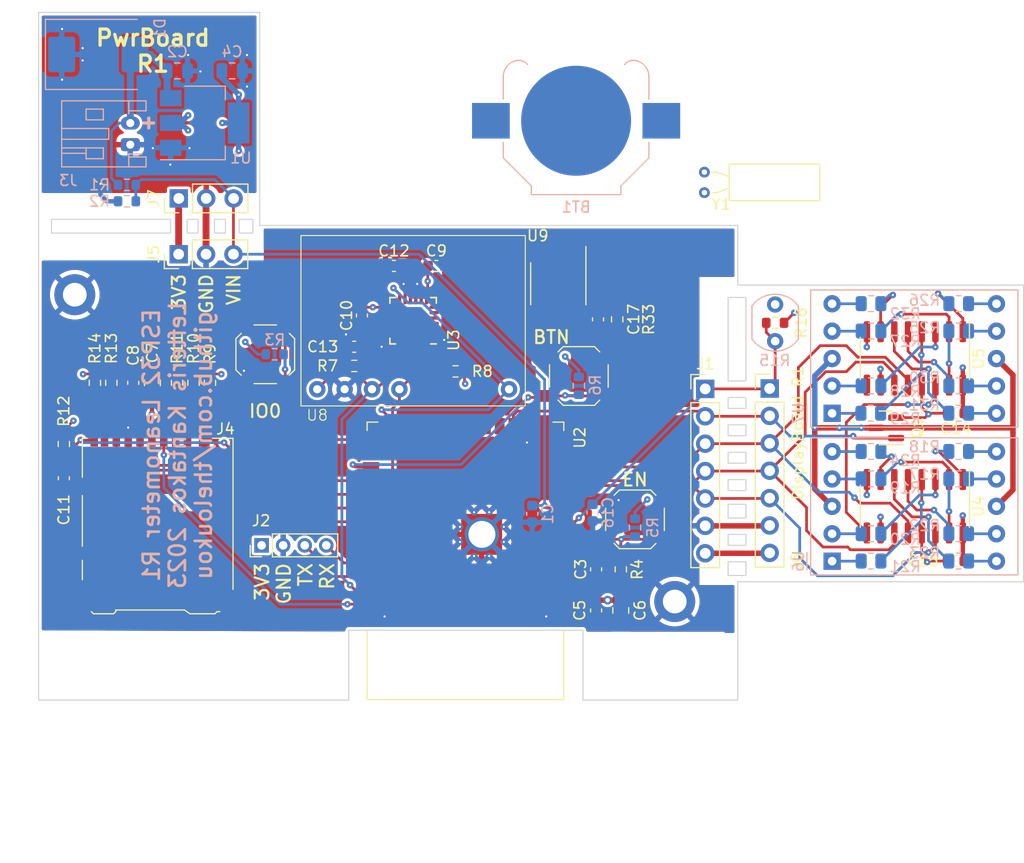
<source format=kicad_pcb>
(kicad_pcb (version 20221018) (generator pcbnew)
  (title_block (title "ESP32 Leanometer") (date "2023-04-15") (rev "R1") (company "github.com/theloukou/Leanometer") (comment 1 "Lefteris Kantakos"))
  (layers (0 "F.Cu" signal) (1 "In1.Cu" signal) (2 "In2.Cu" signal) (31 "B.Cu" signal) (34 "B.Paste" user) (35 "F.Paste" user) (36 "B.SilkS" user "B.Silkscreen") (37 "F.SilkS" user "F.Silkscreen") (38 "B.Mask" user) (39 "F.Mask" user) (44 "Edge.Cuts" user))
  (net 0 "")
  (net 1 "GND")
  (net 2 "/MainBoard/ADC_VBAT")
  (net 3 "+BATT")
  (net 4 "/MainBoard/EN")
  (net 5 "+3V3")
  (net 6 "/MainBoard/SD_DET_B")
  (net 7 "Net-(U3-REGOUT)")
  (net 8 "Net-(U3-CPOUT)")
  (net 9 "/DisplayBoard/ADC_LDR")
  (net 10 "/DisplayBoard/DISP_DATA")
  (net 11 "/DisplayBoard/DISP_CLOCK")
  (net 12 "/DisplayBoard/DISP_LATCH")
  (net 13 "/DisplayBoard/DISP_BRIGHT")
  (net 14 "/MainBoard/RX")
  (net 15 "/MainBoard/TX")
  (net 16 "/MainBoard/SD_D2")
  (net 17 "/MainBoard/SD_SS")
  (net 18 "/MainBoard/SD_MOSI")
  (net 19 "/MainBoard/SD_SCK")
  (net 20 "/MainBoard/SD_MISO")
  (net 21 "/MainBoard/SD_D1")
  (net 22 "/MainBoard/I2C_SCL")
  (net 23 "/MainBoard/I2C_SDA")
  (net 24 "/DisplayBoard/LED_CATH")
  (net 25 "/MainBoard/IO0")
  (net 26 "/MainBoard/BUT")
  (net 41 "/MainBoard/IMU_INT")
  (net 56 "/DisplayBoard/SH_REG_OUT_1")
  (net 57 "Net-(U5-QA)")
  (net 58 "Net-(U7-A)")
  (net 59 "Net-(U5-QB)")
  (net 60 "Net-(U7-B)")
  (net 61 "Net-(U5-QC)")
  (net 62 "Net-(U7-C)")
  (net 63 "Net-(U5-QD)")
  (net 64 "Net-(U7-D)")
  (net 65 "Net-(U5-QE)")
  (net 66 "Net-(U7-E)")
  (net 67 "Net-(U5-QF)")
  (net 68 "Net-(U7-F)")
  (net 69 "Net-(U5-QG)")
  (net 70 "Net-(U7-G)")
  (net 71 "Net-(U5-QH)")
  (net 72 "Net-(U7-DP)")
  (net 74 "Net-(U6-G)")
  (net 75 "Net-(U6-F)")
  (net 76 "Net-(U6-E)")
  (net 77 "Net-(U6-DP)")
  (net 78 "Net-(U6-D)")
  (net 79 "Net-(U6-C)")
  (net 80 "Net-(U6-B)")
  (net 81 "Net-(U6-A)")
  (net 82 "Net-(U4-QH)")
  (net 83 "Net-(U4-QG)")
  (net 84 "Net-(U4-QF)")
  (net 85 "Net-(U4-QE)")
  (net 86 "Net-(U4-QD)")
  (net 87 "Net-(U4-QC)")
  (net 88 "Net-(U4-QB)")
  (net 89 "Net-(U4-QA)")
  (net 90 "Net-(BT1-+)")
  (net 91 "Net-(U9-VDD)")
  (net 92 "Net-(U9-OSCI)")
  (net 93 "Net-(U9-OSCO)")
  (footprint "Resistor_SMD:R_0603_1608Metric" (layer "F.Cu") (at 130.302 94.361)
    (fp_text reference "R7")
    (fp_text value "10K")
  )
  (footprint "Package_TO_SOT_SMD:SOT-23" (layer "F.Cu") (at 179.61 100.102 180)
    (fp_text reference "Q1")
    (fp_text value "BSS138")
  )
  (footprint "Connector_Card:microSD_HC_Hirose_DM3AT-SF-PEJM5" (layer "F.Cu") (at 112.07 108.957)
    (fp_text reference "J4")
    (fp_text value "DM3AT-SF-PEJM5")
  )
  (footprint "Package_SO:SOIC-16_3.9x9.9mm_P1.27mm" (layer "F.Cu") (at 182.2855 107.372 -90)
    (fp_text reference "U4")
    (fp_text value "74HC595")
  )
  (footprint "MPU6050(GY-521):GY-521_NoSlave+AD0" (layer "F.Cu") (at 135.763 90.17 180)
    (fp_text reference "U8")
    (fp_text value "GY-521")
  )
  (footprint "Capacitor_SMD:C_0805_2012Metric" (layer "F.Cu") (at 155.017 117.031 90)
    (fp_text reference "C5")
    (fp_text value "22uF")
  )
  (footprint "Button_Switch_SMD:SW_SPST_SKQG_WithStem" (layer "F.Cu") (at 156.337 108.585 180)
    (fp_text reference "SW2" hide)
    (fp_text value "SW_Push")
  )
  (footprint "Capacitor_SMD:C_0603_1608Metric" (layer "F.Cu") (at 152.908 90.043 90)
    (fp_text reference "C17")
    (fp_text value "100nF")
  )
  (footprint "Resistor_SMD:R_0603_1608Metric" (layer "F.Cu") (at 103.378 101.6 -90)
    (fp_text reference "R12")
    (fp_text value "10K")
  )
  (footprint "Sensor_Motion:InvenSense_QFN-24_4x4mm_P0.5mm" (layer "F.Cu") (at 135.763 90.17 180)
    (fp_text reference "U3")
    (fp_text value "MPU-6050")
  )
  (footprint "Connector_PinHeader_2.54mm:PinHeader_1x03_P2.54mm_Vertical" (layer "F.Cu") (at 114.024 84.005 90)
    (fp_text reference "J5")
    (fp_text value "Conn_01x03")
  )
  (footprint "Resistor_SMD:R_0603_1608Metric" (layer "F.Cu") (at 155.017 113.221 90)
    (fp_text reference "R4")
    (fp_text value "10K")
  )
  (footprint "Connector_PinHeader_2.54mm:PinHeader_1x07_P2.54mm_Vertical" (layer "F.Cu") (at 162.846 96.49)
    (fp_text reference "J1")
    (fp_text value "Conn_01x07")
  )
  (footprint "RF_Module:ESP32-WROOM-32D" (layer "F.Cu") (at 140.616 109.449 180)
    (fp_text reference "U2")
    (fp_text value "ESP32-WROOM-32D")
  )
  (footprint "Connector_PinHeader_2.54mm:PinHeader_1x03_P2.54mm_Vertical" (layer "F.Cu") (at 114.039 78.83 90)
    (fp_text reference "J7")
    (fp_text value "Conn_01x03")
  )
  (footprint "Resistor_SMD:R_0603_1608Metric" (layer "F.Cu") (at 139.7 94.869 180)
    (fp_text reference "R8")
    (fp_text value "10K")
  )
  (footprint "MountingHole:MountingHole_2.2mm_M2_DIN965_Pad" (layer "F.Cu") (at 104.394 87.757)
    (fp_text reference "H1" hide)
    (fp_text value "MountingHole_Pad")
  )
  (footprint "Resistor_SMD:R_0603_1608Metric" (layer "F.Cu") (at 106.258 95.928 -90)
    (fp_text reference "R14")
    (fp_text value "10K")
  )
  (footprint "Capacitor_SMD:C_0603_1608Metric" (layer "F.Cu") (at 186.0955 98.746 180)
    (fp_text reference "C14")
    (fp_text value "100nF")
  )
  (footprint "Capacitor_SMD:C_0603_1608Metric" (layer "F.Cu") (at 152.731 113.221 90)
    (fp_text reference "C3")
    (fp_text value "100nF")
  )
  (footprint "Connector_PinHeader_2.54mm:PinHeader_1x07_P2.54mm_Vertical" (layer "F.Cu") (at 168.8235 96.455)
    (fp_text reference "J6")
    (fp_text value "Conn_01x07")
  )
  (footprint "Capacitor_SMD:C_0603_1608Metric" (layer "F.Cu") (at 103.378 104.775 90)
    (fp_text reference "C11")
    (fp_text value "100nF")
  )
  (footprint "Resistor_SMD:R_0603_1608Metric" (layer "F.Cu") (at 169.3315 90.364)
    (fp_text reference "R16")
    (fp_text value "10K")
  )
  (footprint "Capacitor_SMD:C_0805_2012Metric" (layer "F.Cu") (at 111.592 95.928 90)
    (fp_text reference "C7")
    (fp_text value "10uF")
  )
  (footprint "Capacitor_SMD:C_0603_1608Metric" (layer "F.Cu") (at 137.922 85.09)
    (fp_text reference "C9")
    (fp_text value "100nF")
  )
  (footprint "Capacitor_SMD:C_0603_1608Metric" (layer "F.Cu") (at 133.985 85.09)
    (fp_text reference "C12")
    (fp_text value "100nF")
  )
  (footprint "Connector_PinHeader_2.00mm:PinHeader_1x04_P2.00mm_Vertical" (layer "F.Cu") (at 121.714 110.998 90)
    (fp_text reference "J2")
    (fp_text value "PROG")
  )
  (footprint "Capacitor_SMD:C_0603_1608Metric" (layer "F.Cu") (at 186.0955 112.452 180)
    (fp_text reference "C15")
    (fp_text value "100nF")
  )
  (footprint "Package_SO:SOIC-16_3.9x9.9mm_P1.27mm" (layer "F.Cu") (at 182.2855 93.666 -90)
    (fp_text reference "U5")
    (fp_text value "74HC595")
  )
  (footprint "Crystal:Crystal_C38-LF_D3.0mm_L8.0mm_Horizontal" (layer "F.Cu") (at 162.771 78.293 90)
    (fp_text reference "Y1")
    (fp_text value "32.768KHz")
  )
  (footprint "Capacitor_SMD:C_0603_1608Metric" (layer "F.Cu") (at 109.814 95.928 -90)
    (fp_text reference "C8")
    (fp_text value "100nF")
  )
  (footprint "Resistor_SMD:R_0603_1608Metric" (layer "F.Cu") (at 115.402 95.928 -90)
    (fp_text reference "R10")
    (fp_text value "10K")
  )
  (footprint "Resistor_SMD:R_0603_1608Metric" (layer "F.Cu") (at 107.782 95.928 -90)
    (fp_text reference "R13")
    (fp_text value "10K")
  )
  (footprint "Capacitor_SMD:C_0603_1608Metric" (layer "F.Cu") (at 130.302 92.583)
    (fp_text reference "C13")
    (fp_text value "2.2nF")
  )
  (footprint "Button_Switch_SMD:SW_SPST_SKQG_WithStem" (layer "F.Cu") (at 151.13 95.294 180)
    (fp_text reference "SW3" hide)
    (fp_text value "SW_Push")
  )
  (footprint "Package_SO:SOIC-8_3.9x4.9mm_P1.27mm" (layer "F.Cu") (at 149.225 86.741 -90)
    (fp_text reference "U9")
    (fp_text value "PCF8523")
  )
  (footprint "Capacitor_SMD:C_0603_1608Metric" (layer "F.Cu") (at 131.019 89.682 90)
    (fp_text reference "C10")
    (fp_text value "100nF")
  )
  (footprint "Capacitor_SMD:C_0603_1608Metric" (layer "F.Cu") (at 152.731 117.031 -90)
    (fp_text reference "C6")
    (fp_text value "100nF")
  )
  (footprint "Button_Switch_SMD:SW_SPST_SKQG_WithStem" (layer "F.Cu") (at 122.0555 93.2815 -90)
    (fp_text reference "SW1" hide)
    (fp_text value "SW_Push")
  )
  (footprint "Resistor_SMD:R_0603_1608Metric" (layer "F.Cu") (at 154.686 90.043 90)
    (fp_text reference "R33")
    (fp_text value "1K")
  )
  (footprint "MountingHole:MountingHole_2.2mm_M2_DIN965_Pad" (layer "F.Cu") (at 160.02 116.205)
    (fp_text reference "H2" hide)
    (fp_text value "MountingHole_Pad")
  )
  (footprint "Resistor_SMD:R_0603_1608Metric" (layer "F.Cu") (at 113.878 95.928 -90)
    (fp_text reference "R11")
    (fp_text value "10K")
  )
  (footprint "Resistor_SMD:R_0603_1608Metric" (layer "F.Cu") (at 116.926 95.928 -90)
    (fp_text reference "R9")
    (fp_text value "10K")
  )
  (footprint "Resistor_SMD:R_0603_1608Metric" (layer "B.Cu") (at 156.337 109.347 -90)
    (fp_text reference "R5")
    (fp_text value "10K")
  )
  (footprint "Resistor_SMD:R_0805_2012Metric" (layer "B.Cu") (at 186.3495 109.912)
    (fp_text reference "R22")
    (fp_text value "100R")
  )
  (footprint "Battery:BatteryHolder_Keystone_3000_1x12mm" (layer "B.Cu") (at 150.876 71.628)
    (fp_text reference "BT1")
    (fp_text value "Battery_Cell")
  )
  (footprint "Resistor_SMD:R_0603_1608Metric" (layer "B.Cu") (at 122.9255 93.2815)
    (fp_text reference "R3")
    (fp_text value "10K")
  )
  (footprint "Package_TO_SOT_SMD:SOT-223-3_TabPin2" (layer "B.Cu") (at 116.439 71.83)
    (fp_text reference "U1")
    (fp_text value "LD1117S33TR_SOT223")
  )
  (footprint "Capacitor_SMD:C_0603_1608Metric" (layer "B.Cu") (at 146.812 108.077 90)
    (fp_text reference "C1")
    (fp_text value "100nF")
  )
  (footprint "Resistor_SMD:R_0805_2012Metric" (layer "B.Cu") (at 178.2215 104.832 180)
    (fp_text reference "R19")
    (fp_text value "100R")
  )
  (footprint "Resistor_SMD:R_0805_2012Metric" (layer "B.Cu") (at 186.3495 88.586)
    (fp_text reference "R26")
    (fp_text value "100R")
  )
  (footprint "Diode_SMD:D_SMC" (layer "B.Cu") (at 106.5838 65.48)
    (fp_text reference "D1")
    (fp_text value "SMCJ15A")
  )
  (footprint "Resistor_SMD:R_0805_2012Metric" (layer "B.Cu") (at 186.3495 98.746)
    (fp_text reference "R31")
    (fp_text value "100R")
  )
  (footprint "Capacitor_SMD:C_0805_2012Metric" (layer "B.Cu") (at 118.979 67.004)
    (fp_text reference "C4")
    (fp_text value "10uF")
  )
  (footprint "Resistor_SMD:R_0805_2012Metric" (layer "B.Cu") (at 178.2215 91.126 180)
    (fp_text reference "R27")
    (fp_text value "100R")
  )
  (footprint "Display_7Segment:D1X8K" (layer "B.Cu") (at 174.612 112.462)
    (fp_text reference "U6")
    (fp_text value "D168K")
  )
  (footprint "Resistor_SMD:R_0805_2012Metric" (layer "B.Cu") (at 186.3495 91.126)
    (fp_text reference "R25")
    (fp_text value "100R")
  )
  (footprint "Resistor_SMD:R_0805_2012Metric" (layer "B.Cu") (at 186.3495 104.832)
    (fp_text reference "R17")
    (fp_text value "100R")
  )
  (footprint "Resistor_SMD:R_0805_2012Metric" (layer "B.Cu") (at 178.2215 109.912 180)
    (fp_text reference "R20")
    (fp_text value "100R")
  )
  (footprint "Resistor_SMD:R_0805_2012Metric" (layer "B.Cu") (at 186.3495 96.206)
    (fp_text reference "R30")
    (fp_text value "100R")
  )
  (footprint "Display_7Segment:D1X8K" (layer "B.Cu") (at 174.612 98.758)
    (fp_text reference "U7")
    (fp_text value "D168K")
  )
  (footprint "Resistor_SMD:R_0805_2012Metric" (layer "B.Cu") (at 178.197 98.746 180)
    (fp_text reference "R29")
    (fp_text value "100R")
  )
  (footprint "OptoDevice:R_LDR_5.1x4.3mm_P3.4mm_Vertical" (layer "B.Cu") (at 169.3315 88.664 -90)
    (fp_text reference "R15")
    (fp_text value "LDR07")
  )
  (footprint "Resistor_SMD:R_0805_2012Metric" (layer "B.Cu") (at 178.2215 88.586 180)
    (fp_text reference "R32")
    (fp_text value "100R")
  )
  (footprint "Capacitor_SMD:C_0805_2012Metric" (layer "B.Cu") (at 113.899 67.004)
    (fp_text reference "C2")
    (fp_text value "10uF")
  )
  (footprint "Resistor_SMD:R_0603_1608Metric" (layer "B.Cu") (at 109.2254 77.5704)
    (fp_text reference "R1")
    (fp_text value "33K")
  )
  (footprint "Resistor_SMD:R_0805_2012Metric" (layer "B.Cu") (at 178.2215 112.452 180)
    (fp_text reference "R21")
    (fp_text value "100R")
  )
  (footprint "Resistor_SMD:R_0805_2012Metric" (layer "B.Cu") (at 186.3495 102.292)
    (fp_text reference "R18")
    (fp_text value "100R")
  )
  (footprint "Resistor_SMD:R_0603_1608Metric" (layer "B.Cu") (at 151.13 96.202 -90)
    (fp_text reference "R6")
    (fp_text value "10K")
  )
  (footprint "Resistor_SMD:R_0805_2012Metric" (layer "B.Cu") (at 186.3495 112.452)
    (fp_text reference "R23")
    (fp_text value "100R")
  )
  (footprint "Resistor_SMD:R_0805_2012Metric" (layer "B.Cu") (at 178.2215 96.206 180)
    (fp_text reference "R28")
    (fp_text value "100R")
  )
  (footprint "Resistor_SMD:R_0603_1608Metric" (layer "B.Cu") (at 109.2254 79.0944 180)
    (fp_text reference "R2")
    (fp_text value "8.2K")
  )
  (footprint "Resistor_SMD:R_0805_2012Metric" (layer "B.Cu") (at 178.2215 102.292 180)
    (fp_text reference "R24")
    (fp_text value "100R")
  )
  (footprint "Connector_JST:JST_PH_S2B-PH-K_1x02_P2.00mm_Horizontal" (layer "B.Cu") (at 109.5418 73.846 90)
    (fp_text reference "J3")
    (fp_text value "VBAT")
  )
  (footprint "Capacitor_SMD:C_0603_1608Metric" (layer "B.Cu") (at 152.4 107.963 90)
    (fp_text reference "C16")
    (fp_text value "100nF")
  )
  (gr_line (start 192.362 114.368) (end 165.862 114.368) (stroke (width 0.1)) (layer "Edge.Cuts"))
  (gr_line (start 165.862 114.368) (end 165.862 125.349) (stroke (width 0.1)) (layer "Edge.Cuts"))
  (gr_line (start 101.039 81.33) (end 101.039 125.349) (stroke (width 0.1)) (layer "Edge.Cuts"))
  (gr_line (start 165.862 81.33) (end 165.862 86.868) (stroke (width 0.1)) (layer "Edge.Cuts"))
  (gr_line (start 121.539 61.58) (end 121.539 81.33) (stroke (width 0.1)) (layer "Edge.Cuts"))
  (gr_line (start 121.539 81.33) (end 165.862 81.33) (stroke (width 0.1)) (layer "Edge.Cuts"))
  (gr_rect (start 117.348 80.772) (end 118.364 82.042) (stroke (width 0.1)) (fill none) (layer "Edge.Cuts"))
  (gr_line (start 192.362 86.868) (end 192.362 114.368) (stroke (width 0.1)) (layer "Edge.Cuts"))
  (gr_rect (start 164.973 97.282) (end 166.624 98.298) (stroke (width 0.1)) (fill none) (layer "Edge.Cuts"))
  (gr_rect (start 164.973 99.822) (end 166.624 100.838) (stroke (width 0.1)) (fill none) (layer "Edge.Cuts"))
  (gr_rect (start 114.808 80.772) (end 115.824 82.042) (stroke (width 0.1)) (fill none) (layer "Edge.Cuts"))
  (gr_line (start 101.039 125.349) (end 129.794 125.349) (stroke (width 0.1)) (layer "Edge.Cuts"))
  (gr_rect (start 164.973 112.522) (end 166.624 113.792) (stroke (width 0.1)) (fill none) (layer "Edge.Cuts"))
  (gr_rect (start 102.235 80.772) (end 113.284 82.042) (stroke (width 0.1)) (fill none) (layer "Edge.Cuts"))
  (gr_line (start 121.539 61.58) (end 101.039 61.58) (stroke (width 0.1)) (layer "Edge.Cuts"))
  (gr_line (start 101.039 61.58) (end 101.039 81.33) (stroke (width 0.1)) (layer "Edge.Cuts"))
  (gr_rect (start 164.973 88.011) (end 166.624 95.758) (stroke (width 0.1)) (fill none) (layer "Edge.Cuts"))
  (gr_rect (start 119.634 80.772) (end 120.904 82.042) (stroke (width 0.1)) (fill none) (layer "Edge.Cuts"))
  (gr_rect (start 164.973 104.902) (end 166.624 105.918) (stroke (width 0.1)) (fill none) (layer "Edge.Cuts"))
  (gr_line (start 129.794 118.872) (end 129.794 125.349) (stroke (width 0.1)) (layer "Edge.Cuts"))
  (gr_rect (start 164.973 109.982) (end 166.624 110.998) (stroke (width 0.1)) (fill none) (layer "Edge.Cuts"))
  (gr_rect (start 164.973 102.362) (end 166.624 103.378) (stroke (width 0.1)) (fill none) (layer "Edge.Cuts"))
  (gr_rect (start 164.973 107.188) (end 166.624 108.458) (stroke (width 0.1)) (fill none) (layer "Edge.Cuts"))
  (gr_line (start 165.862 125.349) (end 151.511 125.349) (stroke (width 0.1)) (layer "Edge.Cuts"))
  (gr_line (start 151.511 118.872) (end 129.794 118.872) (stroke (width 0.1)) (layer "Edge.Cuts"))
  (gr_line (start 165.862 86.868) (end 192.362 86.868) (stroke (width 0.1)) (layer "Edge.Cuts"))
  (gr_line (start 151.511 125.349) (end 151.511 118.872) (stroke (width 0.1)) (layer "Edge.Cuts"))
  (gr_text "+" (at 111.252 71.755) (layer "B.SilkS") (effects (font (size 1.2 1.2) (thickness 0.3) bold)))
  (gr_text "ESP32 Leanometer R1\nLefteris Kantakos 2023\ngithub.com/theloukou" (at 113.919 101.727 90) (layer "B.SilkS") (effects (font (size 1.5 1.5) (thickness 0.25) bold) (justify mirror)))
  (gr_text "3V3\nGND\nTX\nRX" (at 121.031 112.522 90) (layer "F.SilkS") (effects (font (size 1.25 1.25) (thickness 0.2) bold) (justify right top)))
  (gr_text "EN" (at 156.337 104.902) (layer "F.SilkS") (effects (font (size 1.2 1.2) (thickness 0.2) bold)))
  (gr_text "BTN" (at 148.59 91.694) (layer "F.SilkS") (effects (font (size 1.2 1.2) (thickness 0.2) bold)))
  (gr_text "IO0" (at 122.047 98.552) (layer "F.SilkS") (effects (font (size 1.2 1.2) (thickness 0.2) bold)))
  (gr_text "VIN" (at 119.126 85.725 90) (layer "F.SilkS") (effects (font (size 1.2 1.2) (thickness 0.2) bold) (justify right)))
  (gr_text "PwrBoard\nR1" (at 111.633 65.151) (layer "F.SilkS") (effects (font (size 1.5 1.5) (thickness 0.3) bold)))
  (gr_text "GND" (at 116.586 85.725 90) (layer "F.SilkS") (effects (font (size 1.2 1.2) (thickness 0.2) bold) (justify right)))
  (gr_text "DisplayBoard R1" (at 171.45 100.584 90) (layer "F.SilkS") (effects (font (size 1 1))))
  (gr_text "3V3" (at 114.046 85.725 90) (layer "F.SilkS") (effects (font (size 1.2 1.2) (thickness 0.2) bold) (justify right)))
  (segment (start 170.1565 90.364) (end 170.171 90.364) (width 0.254) (layer "F.Cu") (net 1))
  (segment (start 183.42 112.548) (end 183.516 112.452) (width 0.254) (layer "F.Cu") (net 1))
  (segment (start 132.842 92.583) (end 132.842 91.821) (width 0.254) (layer "F.Cu") (net 1))
  (segment (start 135.013 86.8907) (end 134.8833 86.761) (width 0.254) (layer "F.Cu") (net 1))
  (segment (start 148.211 117.699) (end 148.104 117.592) (width 0.254) (layer "F.Cu") (net 1))
  (segment (start 183.633 98.746) (end 185.3205 98.746) (width 0.254) (layer "F.Cu") (net 1))
  (segment (start 135.013 88.22) (end 135.013 86.8907) (width 0.254) (layer "F.Cu") (net 1))
  (segment (start 183.516 112.452) (end 185.3205 112.452) (width 0.254) (layer "F.Cu") (net 1))
  (segment (start 131.866 117.699) (end 133.011 117.699) (width 0.254) (layer "F.Cu") (net 1))
  (segment (start 136.013 88.22) (end 136.013 86.8907) (width 0.254) (layer "F.Cu") (net 1))
  (segment (start 149.366 117.699) (end 148.211 117.699) (width 0.254) (layer "F.Cu") (net 1))
  (segment (start 177.8405 91.191) (end 177.8405 92.6005) (width 0.254) (layer "F.Cu") (net 1))
  (segment (start 177.8405 104.897) (end 177.8405 106.3165) (width 0.254) (layer "F.Cu") (net 1))
  (segment (start 136.013 86.8907) (end 136.1427 86.761) (width 0.254) (layer "F.Cu") (net 1))
  (segment (start 183.42 112.548) (end 182.9205 112.0485) (width 0.254) (layer "F.Cu") (net 1))
  (segment (start 138.111 91.42) (end 137.713 91.42) (width 0.254) (layer "F.Cu") (net 1))
  (segment (start 183.547 98.832) (end 183.633 98.746) (width 0.254) (layer "F.Cu") (net 1))
  (segment (start 183.547 98.832) (end 182.9205 98.2055) (width 0.254) (layer "F.Cu") (net 1))
  (segment (start 182.9205 112.0485) (end 182.9205 109.847) (width 0.254) (layer "F.Cu") (net 1))
  (segment (start 138.639 91.948) (end 138.111 91.42) (width 0.254) (layer "F.Cu") (net 1))
  (segment (start 116.564 84.005) (end 116.564 78.845) (width 0.635) (layer "F.Cu") (net 1))
  (segment (start 180.5475 99.152) (end 183.227 99.152) (width 0.254) (layer "F.Cu") (net 1))
  (segment (start 183.227 99.152) (end 183.547 98.832) (width 0.254) (layer "F.Cu") (net 1))
  (segment (start 146.326 99.939) (end 146.326 101.463) (width 0.254) (layer "F.Cu") (net 1))
  (segment (start 177.8405 106.3165) (end 177.832 106.325) (width 0.254) (layer "F.Cu") (net 1))
  (segment (start 170.171 90.364) (end 171.101 89.434) (width 0.254) (layer "F.Cu") (net 1))
  (segment (start 132.842 91.821) (end 133.243 91.42) (width 0.254) (layer "F.Cu") (net 1))
  (segment (start 177.8405 92.6005) (end 177.832 92.609) (width 0.254) (layer "F.Cu") (net 1))
  (segment (start 133.011 117.699) (end 133.118 117.592) (width 0.254) (layer "F.Cu") (net 1))
  (segment (start 162.846 109.19) (end 168.7885 109.19) (width 0.508) (layer "F.Cu") (net 1))
  (segment (start 182.9205 98.2055) (end 182.9205 96.141) (width 0.254) (layer "F.Cu") (net 1))
  (segment (start 133.243 91.42) (end 133.813 91.42) (width 0.254) (layer "F.Cu") (net 1))
  (via (at 109.347 100.076) (size 0.6) (drill 0.2) (layers "F.Cu" "B.Cu") (net 1))
  (via (at 171.101 89.434) (size 0.6) (drill 0.2) (layers "F.Cu" "B.Cu") (net 1))
  (via (at 120.0785 94.8055) (size 0.6) (drill 0.2) (layers "F.Cu" "B.Cu") (net 1))
  (via (at 120.361 68.453) (size 0.6) (drill 0.2) (layers "F.Cu" "B.Cu") (net 1))
  (via (at 129.54 91.44) (size 0.6) (drill 0.2) (layers "F.Cu" "B.Cu") (net 1))
  (via (at 133.118 117.592) (size 0.6) (drill 0.2) (layers "F.Cu" "B.Cu") (net 1))
  (via (at 177.832 106.325) (size 0.6) (drill 0.2) (layers "F.Cu" "B.Cu") (net 1))
  (via (at 113.249 75.692) (size 0.6) (drill 0.2) (layers "F.Cu" "B.Cu") (net 1))
  (via (at 116.043 67.056) (size 0.6) (drill 0.2) (layers "F.Cu" "B.Cu") (net 1))
  (via (at 106.772 77.47) (size 0.6) (drill 0.2) (layers "F.Cu" "B.Cu") (net 1))
  (via (at 177.832 92.609) (size 0.6) (drill 0.2) (layers "F.Cu" "B.Cu") (net 1))
  (via (at 146.326 101.463) (size 0.6) (drill 0.2) (layers "F.Cu" "B.Cu") (net 1))
  (via (at 136.1427 86.761) (size 0.6) (drill 0.2) (layers "F.Cu" "B.Cu") (net 1))
  (via (at 111.633 74.168) (size 0.6) (drill 0.2) (layers "F.Cu" "B.Cu") (net 1))
  (via (at 148.104 117.592) (size 0.6) (drill 0.2) (layers "F.Cu" "B.Cu") (net 1))
  (via (at 132.842 92.583) (size 0.6) (drill 0.2) (layers "F.Cu" "B.Cu") (net 1))
  (via (at 110.546 93.844) (size 0.6) (drill 0.2) (layers "F.Cu" "B.Cu") (net 1))
  (via (at 138.639 91.948) (size 0.6) (drill 0.2) (layers "F.Cu" "B.Cu") (net 1))
  (via (at 103.216 67.818) (size 0.6) (drill 0.2) (layers "F.Cu" "B.Cu") (net 1))
  (via (at 105.121 64.897) (size 0.6) (drill 0.2) (layers "F.Cu" "B.Cu") (net 1))
  (via (at 183.42 112.548) (size 0.6) (drill 0.2) (layers "F.Cu" "B.Cu") (net 1))
  (via (at 105.121 66.04) (size 0.6) (drill 0.2) (layers "F.Cu" "B.Cu") (net 1))
  (via (at 114.9 65.532) (size 0.6) (drill 0.2) (layers "F.Cu" "B.Cu") (net 1))
  (via (at 183.547 98.832) (size 0.6) (drill 0.2) (layers "F.Cu" "B.Cu") (net 1))
  (via (at 134.8833 86.761) (size 0.6) (drill 0.2) (layers "F.Cu" "B.Cu") (net 1))
  (via (at 120.361 65.532) (size 0.6) (drill 0.2) (layers "F.Cu" "B.Cu") (net 1))
  (via (at 154.813 106.807) (size 0.6) (drill 0.2) (layers "F.Cu" "B.Cu") (net 1))
  (via (at 115.027 74.168) (size 0.6) (drill 0.2) (layers "F.Cu" "B.Cu") (net 1))
  (via (at 103.216 63.119) (size 0.6) (drill 0.2) (layers "F.Cu" "B.Cu") (net 1))
  (segment (start 106.772 77.47) (end 106.772 78.486) (width 0.4064) (layer "B.Cu") (net 1))
  (segment (start 106.772 78.486) (end 107.3804 79.0944) (width 0.4064) (layer "B.Cu") (net 1))
  (segment (start 107.3804 79.0944) (end 108.4004 79.0944) (width 0.4064) (layer "B.Cu") (net 1))
  (segment (start 119.104 84.005) (end 119.104 78.845) (width 0.254) (layer "F.Cu") (net 2))
  (segment (start 149.366 107.539) (end 148.179 107.539) (width 0.254) (layer "F.Cu") (net 2))
  (segment (start 148.179 107.539) (end 147.955 107.315) (width 0.254) (layer "F.Cu") (net 2))
  (via (at 147.955 107.315) (size 0.6) (drill 0.2) (layers "F.Cu" "B.Cu") (net 2))
  (segment (start 147.942 107.302) (end 147.955 107.315) (width 0.254) (layer "B.Cu") (net 2))
  (segment (start 117.369 77.08) (end 119.119 78.83) (width 0.254) (layer "B.Cu") (net 2))
  (segment (start 146.812 107.302) (end 147.942 107.302) (width 0.254) (layer "B.Cu") (net 2))
  (segment (start 110.0504 77.5704) (end 110.5408 77.08) (width 0.254) (layer "B.Cu") (net 2))
  (segment (start 147.955 95.631) (end 136.329 84.005) (width 0.254) (layer "B.Cu") (net 2))
  (segment (start 147.955 107.315) (end 147.955 95.631) (width 0.254) (layer "B.Cu") (net 2))
  (segment (start 110.5408 77.08) (end 117.369 77.08) (width 0.254) (layer "B.Cu") (net 2))
  (segment (start 110.0504 77.5704) (end 110.0504 79.0944) (width 0.254) (layer "B.Cu") (net 2))
  (segment (start 136.329 84.005) (end 119.104 84.005) (width 0.254) (layer "B.Cu") (net 2))
  (segment (start 108.4004 77.5704) (end 107.789 76.959) (width 0.254) (layer "B.Cu") (net 3))
  (segment (start 107.789 76.959) (end 107.789 72.58) (width 0.254) (layer "B.Cu") (net 3))
  (segment (start 109.5418 71.846) (end 109.5418 65.922) (width 0.635) (layer "B.Cu") (net 3))
  (segment (start 112.949 67.004) (end 112.949 69.19) (width 0.635) (layer "B.Cu") (net 3))
  (segment (start 109.9838 65.48) (end 111.425 65.48) (width 0.635) (layer "B.Cu") (net 3))
  (segment (start 111.425 65.48) (end 112.949 67.004) (width 0.635) (layer "B.Cu") (net 3))
  (segment (start 108.523 71.846) (end 109.5418 71.846) (width 0.254) (layer "B.Cu") (net 3))
  (segment (start 112.949 69.19) (end 113.289 69.53) (width 0.635) (layer "B.Cu") (net 3))
  (segment (start 107.789 72.58) (end 108.523 71.846) (width 0.254) (layer "B.Cu") (net 3))
  (segment (start 109.5418 65.922) (end 109.9838 65.48) (width 0.635) (layer "B.Cu") (net 3))
  (segment (start 152.731 113.996) (end 153.417 113.996) (width 0.254) (layer "F.Cu") (net 4))
  (segment (start 155.017 110.485) (end 155.067 110.435) (width 0.254) (layer "F.Cu") (net 4))
  (segment (start 153.417 113.996) (end 155.017 112.396) (width 0.254) (layer "F.Cu") (net 4))
  (segment (start 155.067 110.435) (end 159.437 110.435) (width 0.254) (layer "F.Cu") (net 4))
  (segment (start 151.568 115.159) (end 152.731 113.996) (width 0.254) (layer "F.Cu") (net 4))
  (segment (start 155.017 112.396) (end 155.017 110.485) (width 0.254) (layer "F.Cu") (net 4))
  (segment (start 153.237 110.435) (end 155.067 110.435) (width 0.254) (layer "F.Cu") (net 4))
  (segment (start 149.366 115.159) (end 151.568 115.159) (width 0.254) (layer "F.Cu") (net 4))
  (via (at 155.067 110.435) (size 0.6) (drill 0.2) (layers "F.Cu" "B.Cu") (net 4))
  (segment (start 156.337 110.172) (end 155.33 110.172) (width 0.254) (layer "B.Cu") (net 4))
  (segment (start 155.33 110.172) (end 155.067 110.435) (width 0.254) (layer "B.Cu") (net 4))
  (segment (start 106.258 95.103) (end 107.782 95.103) (width 0.254) (layer "F.Cu") (net 5))
  (segment (start 137.115 85.122) (end 137.147 85.09) (width 0.254) (layer "F.Cu") (net 5))
  (segment (start 111.592 96.878) (end 109.989 96.878) (width 0.508) (layer "F.Cu") (net 5))
  (segment (start 132.035 88.92) (end 131.032 88.92) (width 0.254) (layer "F.Cu") (net 5))
  (segment (start 152.731 116.256) (end 152.558 116.429) (width 0.508) (layer "F.Cu") (net 5))
  (segment (start 105.176 95.103) (end 105.156 95.123) (width 0.254) (layer "F.Cu") (net 5))
  (segment (start 111.545 96.925) (end 111.592 96.878) (width 0.508) (layer "F.Cu") (net 5))
  (segment (start 155.017 114.046) (end 155.017 116.081) (width 0.254) (layer "F.Cu") (net 5))
  (segment (start 106.258 95.103) (end 105.176 95.103) (width 0.254) (layer "F.Cu") (net 5))
  (segment (start 116.926 95.103) (end 117.963 95.103) (width 0.254) (layer "F.Cu") (net 5))
  (segment (start 117.963 95.103) (end 117.983 95.123) (width 0.254) (layer "F.Cu") (net 5))
  (segment (start 126.873 96.52) (end 129.032 94.361) (width 0.254) (layer "F.Cu") (net 5))
  (segment (start 109.989 96.878) (end 109.814 96.703) (width 0.508) (layer "F.Cu") (net 5))
  (segment (start 140.525 94.869) (end 140.525 95.948) (width 0.254) (layer "F.Cu") (net 5))
  (segment (start 155.017 116.081) (end 153.8 116.081) (width 0.508) (layer "F.Cu") (net 5))
  (segment (start 129.032 94.361) (end 129.477 94.361) (width 0.254) (layer "F.Cu") (net 5))
  (segment (start 103.378 100.775) (end 103.378 100.33) (width 0.254) (layer "F.Cu") (net 5))
  (segment (start 133.813 88.92) (end 132.035 88.92) (width 0.254) (layer "F.Cu") (net 5))
  (segment (start 179.1105 108.3655) (end 179.102 108.357) (width 0.254) (layer "F.Cu") (net 5))
  (segment (start 186.7305 98.606) (end 186.7305 96.141) (width 0.4064) (layer "F.Cu") (net 5))
  (segment (start 179.1105 96.141) (end 179.1105 94.6495) (width 0.254) (layer "F.Cu") (net 5))
  (segment (start 186.7305 112.312) (end 186.7305 109.847) (width 0.4064) (layer "F.Cu") (net 5))
  (segment (start 162.846 111.73) (end 168.7885 111.73) (width 0.508) (layer "F.Cu") (net 5))
  (segment (start 111.545 101.232) (end 111.545 96.925) (width 0.4064) (layer "F.Cu") (net 5))
  (segment (start 153.797 116.078) (end 153.794 116.081) (width 0.508) (layer "F.Cu") (net 5))
  (segment (start 137.115 87.119961) (end 137.115 86.507) (width 0.254) (layer "F.Cu") (net 5))
  (segment (start 137.115 86.507) (end 137.115 85.122) (width 0.254) (layer "F.Cu") (net 5))
  (segment (start 186.8705 112.452) (end 186.7305 112.312) (width 0.4064) (layer "F.Cu") (net 5))
  (segment (start 152.906 116.081) (end 152.731 116.256) (width 0.508) (layer "F.Cu") (net 5))
  (segment (start 186.7305 109.847) (end 186.7305 108.2385) (width 0.4064) (layer "F.Cu") (net 5))
  (segment (start 153.8 116.081) (end 153.797 116.078) (width 0.508) (layer "F.Cu") (net 5))
  (segment (start 186.8705 98.746) (end 186.7305 98.606) (width 0.4064) (layer "F.Cu") (net 5))
  (segment (start 131.032 88.92) (end 131.019 88.907) (width 0.254) (layer "F.Cu") (net 5))
  (segment (start 179.1105 94.6495) (end 179.102 94.641) (width 0.254) (layer "F.Cu") (net 5))
  (segment (start 116.926 95.103) (end 115.402 95.103) (width 0.254) (layer "F.Cu") (net 5))
  (segment (start 186.7305 108.2385) (end 186.722 108.23) (width 0.4064) (layer "F.Cu") (net 5))
  (segment (start 140.525 95.948) (end 140.589 96.012) (width 0.254) (layer "F.Cu") (net 5))
  (segment (start 153.794 116.081) (end 152.906 116.081) (width 0.508) (layer "F.Cu") (net 5))
  (segment (start 136.513 87.721961) (end 137.115 87.119961) (width 0.254) (layer "F.Cu") (net 5))
  (segment (start 114.024 84.005) (end 114.024 78.845) (width 0.635) (layer "F.Cu") (net 5))
  (segment (start 103.378 100.33) (end 104.267 99.441) (width 0.254) (layer "F.Cu") (net 5))
  (segment (start 186.7305 94.5225) (end 186.722 94.514) (width 0.4064) (layer "F.Cu") (net 5))
  (segment (start 115.402 95.103) (end 113.878 95.103) (width 0.254) (layer "F.Cu") (net 5))
  (segment (start 179.1105 109.847) (end 179.1105 108.3655) (width 0.254) (layer "F.Cu") (net 5))
  (segment (start 186.7305 96.141) (end 186.7305 94.5225) (width 0.4064) (layer "F.Cu") (net 5))
  (segment (start 136.513 88.22) (end 136.513 87.721961) (width 0.254) (layer "F.Cu") (net 5))
  (segment (start 152.558 116.429) (end 149.366 116.429) (width 0.508) (layer "F.Cu") (net 5))
  (via (at 149.86 93.4913) (size 0.6) (drill 0.2) (layers "F.Cu" "B.Cu") (net 5))
  (via (at 179.102 108.357) (size 0.6) (drill 0.2) (layers "F.Cu" "B.Cu") (net 5))
  (via (at 119.599 74.422) (size 0.6) (drill 0.2) (layers "F.Cu" "B.Cu") (net 5))
  (via (at 179.102 94.641) (size 0.6) (drill 0.2) (layers "F.Cu" "B.Cu") (net 5))
  (via (at 117.983 95.123) (size 0.6) (drill 0.2) (layers "F.Cu" "B.Cu") (net 5))
  (via (at 120.2055 92.1385) (size 0.6) (drill 0.2) (layers "F.Cu" "B.Cu") (net 5))
  (via (at 186.722 94.514) (size 0.6) (drill 0.2) (layers "F.Cu" "B.Cu") (net 5))
  (via (at 118.075 71.83) (size 0.6) (drill 0.2) (layers "F.Cu" "B.Cu") (net 5))
  (via (at 157.48 106.744) (size 0.6) (drill 0.2) (layers "F.Cu" "B.Cu") (net 5))
  (via (at 111.545 98.806) (size 0.6) (drill 0.2) (layers "F.Cu" "B.Cu") (net 5))
  (via (at 186.722 108.23) (size 0.6) (drill 0.2) (layers "F.Cu" "B.Cu") (net 5))
  (via (at 119.599 69.215) (size 0.6) (drill 0.2) (layers "F.Cu" "B.Cu") (net 5))
  (via (at 104.267 99.441) (size 0.6) (drill 0.2) (layers "F.Cu" "B.Cu") (net 5))
  (via (at 140.589 96.012) (size 0.6) (drill 0.2) (layers "F.Cu" "B.Cu") (net 5))
  (via (at 105.156 95.123) (size 0.6) (drill 0.2) (layers "F.Cu" "B.Cu") (net 5))
  (via (at 114.9 71.12) (size 0.6) (drill 0.2) (layers "F.Cu" "B.Cu") (net 5))
  (via (at 114.9 72.517) (size 0.6) (drill 0.2) (layers "F.Cu" "B.Cu") (net 5))
  (via (at 137.115 86.507) (size 0.6) (drill 0.2) (layers "F.Cu" "B.Cu") (net 5))
  (via (at 132.035 88.92) (size 0.6) (drill 0.2) (layers "F.Cu" "B.Cu") (net 5))
  (via (at 153.797 116.078) (size 0.8) (drill 0.4) (layers "F.Cu" "B.Cu") (net 5))
  (segment (start 119.589 71.83) (end 119.589 69.225) (width 0.508) (layer "B.Cu") (net 5))
  (segment (start 119.589 69.225) (end 119.599 69.215) (width 0.508) (layer "B.Cu") (net 5))
  (segment (start 114.19 71.83) (end 114.9 71.12) (width 0.508) (layer "B.Cu") (net 5))
  (segment (start 156.337 107.887) (end 157.48 106.744) (width 0.254) (layer "B.Cu") (net 5))
  (segment (start 121.3485 93.2815) (end 120.2055 92.1385) (width 0.254) (layer "B.Cu") (net 5))
  (segment (start 156.337 108.522) (end 156.337 107.887) (width 0.254) (layer "B.Cu") (net 5))
  (segment (start 151.13 94.7613) (end 149.86 93.4913) (width 0.254) (layer "B.Cu") (net 5))
  (segment (start 151.13 95.377) (end 151.13 94.7613) (width 0.254) (layer "B.Cu") (net 5))
  (segment (start 113.289 71.83) (end 114.19 71.83) (width 0.508) (layer "B.Cu") (net 5))
  (segment (start 114.213 71.83) (end 114.9 72.517) (width 0.508) (layer "B.Cu") (net 5))
  (segment (start 118.029 67.004) (end 118.029 67.645) (width 0.508) (layer "B.Cu") (net 5))
  (segment (start 119.589 71.83) (end 118.075 71.83) (width 0.508) (layer "B.Cu") (net 5))
  (segment (start 119.589 71.83) (end 119.589 74.412) (width 0.508) (layer "B.Cu") (net 5))
  (segment (start 113.289 71.83) (end 114.213 71.83) (width 0.508) (layer "B.Cu") (net 5))
  (segment (start 122.1005 93.2815) (end 121.3485 93.2815) (width 0.254) (layer "B.Cu") (net 5))
  (segment (start 118.029 67.645) (end 119.599 69.215) (width 0.508) (layer "B.Cu") (net 5))
  (segment (start 119.589 74.412) (end 119.599 74.422) (width 0.508) (layer "B.Cu") (net 5))
  (segment (start 103.378 104) (end 103.378 102.425) (width 0.254) (layer "F.Cu") (net 6))
  (segment (start 103.378 102.425) (end 103.745618 102.425) (width 0.254) (layer "F.Cu") (net 6))
  (segment (start 103.745618 102.425) (end 104.938618 101.232) (width 0.254) (layer "F.Cu") (net 6))
  (segment (start 104.938618 101.232) (end 106.195 101.232) (width 0.254) (layer "F.Cu") (net 6))
  (segment (start 131.866 104.999) (end 121.763 104.999) (width 0.254) (layer "F.Cu") (net 6))
  (segment (start 121.763 104.999) (end 118.237 101.473) (width 0.254) (layer "F.Cu") (net 6))
  (via (at 104.938618 101.232) (size 0.6) (drill 0.2) (layers "F.Cu" "B.Cu") (net 6))
  (via (at 118.237 101.473) (size 0.6) (drill 0.2) (layers "F.Cu" "B.Cu") (net 6))
  (segment (start 118.237 101.473) (end 105.179618 101.473) (width 0.254) (layer "B.Cu") (net 6))
  (segment (start 105.179618 101.473) (end 104.938618 101.232) (width 0.254) (layer "B.Cu") (net 6))
  (segment (start 134.76 85.09) (end 135.513 85.843) (width 0.254) (layer "F.Cu") (net 7))
  (segment (start 135.513 85.843) (end 135.513 88.22) (width 0.254) (layer "F.Cu") (net 7))
  (segment (start 131.839 93.345) (end 134.493 93.345) (width 0.254) (layer "F.Cu") (net 8))
  (segment (start 131.077 92.583) (end 131.839 93.345) (width 0.254) (layer "F.Cu") (net 8))
  (segment (start 135.013 92.825) (end 135.013 92.12) (width 0.254) (layer "F.Cu") (net 8))
  (segment (start 134.493 93.345) (end 135.013 92.825) (width 0.254) (layer "F.Cu") (net 8))
  (segment (start 149.366 108.809) (end 150.779 108.809) (width 0.254) (layer "F.Cu") (net 9))
  (segment (start 169.3315 95.947) (end 168.8235 96.455) (width 0.254) (layer "F.Cu") (net 9))
  (segment (start 168.5065 91.239) (end 169.3315 92.064) (width 0.254) (layer "F.Cu") (net 9))
  (segment (start 162.846 96.49) (end 168.7885 96.49) (width 0.254) (layer "F.Cu") (net 9))
  (segment (start 168.5065 90.364) (end 168.5065 91.239) (width 0.254) (layer "F.Cu") (net 9))
  (segment (start 169.3315 92.064) (end 169.3315 95.947) (width 0.254) (layer "F.Cu") (net 9))
  (segment (start 150.779 108.809) (end 151.13 108.458) (width 0.254) (layer "F.Cu") (net 9))
  (via (at 151.13 108.458) (size 0.6) (drill 0.2) (layers "F.Cu" "B.Cu") (net 9))
  (segment (start 151.13 108.458) (end 152.4 107.188) (width 0.254) (layer "B.Cu") (net 9))
  (segment (start 162.846 96.742) (end 152.4 107.188) (width 0.254) (layer "B.Cu") (net 9))
  (segment (start 162.846 96.742) (end 162.846 96.49) (width 0.254) (layer "B.Cu") (net 9))
  (segment (start 151.186 105.453) (end 161.649 105.453) (width 0.254) (layer "F.Cu") (net 10))
  (segment (start 184.1905 111.0187) (end 183.5502 111.659) (width 0.254) (layer "F.Cu") (net 10))
  (segment (start 149.366 106.269) (end 150.37 106.269) (width 0.254) (layer "F.Cu") (net 10))
  (segment (start 150.37 106.269) (end 151.186 105.453) (width 0.254) (layer "F.Cu") (net 10))
  (segment (start 184.1905 109.847) (end 184.1905 111.0187) (width 0.254) (layer "F.Cu") (net 10))
  (segment (start 162.846 106.65) (end 168.7885 106.65) (width 0.254) (layer "F.Cu") (net 10))
  (segment (start 161.649 105.453) (end 162.846 106.65) (width 0.254) (layer "F.Cu") (net 10))
  (via (at 183.5502 111.659) (size 0.6) (drill 0.2) (layers "F.Cu" "B.Cu") (net 10))
  (segment (start 171.609 112.167) (end 171.609 109.4005) (width 0.254) (layer "B.Cu") (net 10))
  (segment (start 183.5502 111.659) (end 182.404 111.659) (width 0.254) (layer "B.Cu") (net 10))
  (segment (start 173.26 113.818) (end 171.609 112.167) (width 0.254) (layer "B.Cu") (net 10))
  (segment (start 180.245 113.818) (end 173.26 113.818) (width 0.254) (layer "B.Cu") (net 10))
  (segment (start 171.609 109.4005) (end 168.8235 106.615) (width 0.254) (layer "B.Cu") (net 10))
  (segment (start 182.404 111.659) (end 180.245 113.818) (width 0.254) (layer "B.Cu") (net 10))
  (segment (start 179.864 111.405) (end 176.308 111.405) (width 0.254) (layer "F.Cu") (net 11))
  (segment (start 172.244 109.627) (end 172.244 107.4955) (width 0.254) (layer "F.Cu") (net 11))
  (segment (start 176.8112 94.0108) (end 175.927 94.895) (width 0.254) (layer "F.Cu") (net 11))
  (segment (start 180.3805 110.8885) (end 179.864 111.405) (width 0.254) (layer "F.Cu") (net 11))
  (segment (start 173.768 111.151) (end 172.244 109.627) (width 0.254) (layer "F.Cu") (net 11))
  (segment (start 175.927 94.895) (end 174.022 94.895) (width 0.254) (layer "F.Cu") (net 11))
  (segment (start 174.022 94.895) (end 172.117 96.8) (width 0.254) (layer "F.Cu") (net 11))
  (segment (start 161.957 104.999) (end 162.846 104.11) (width 0.254) (layer "F.Cu") (net 11))
  (segment (start 179.363038 94.0108) (end 176.8112 94.0108) (width 0.254) (layer "F.Cu") (net 11))
  (segment (start 180.3805 96.141) (end 180.3805 95.028262) (width 0.254) (layer "F.Cu") (net 11))
  (segment (start 162.846 104.11) (end 168.7885 104.11) (width 0.254) (layer "F.Cu") (net 11))
  (segment (start 180.3805 95.028262) (end 179.363038 94.0108) (width 0.254) (layer "F.Cu") (net 11))
  (segment (start 149.366 104.999) (end 161.957 104.999) (width 0.254) (layer "F.Cu") (net 11))
  (segment (start 176.308 111.405) (end 176.054 111.151) (width 0.254) (layer "F.Cu") (net 11))
  (segment (start 180.3805 109.847) (end 180.3805 110.8885) (width 0.254) (layer "F.Cu") (net 11))
  (segment (start 172.244 107.4955) (end 168.8235 104.075) (width 0.254) (layer "F.Cu") (net 11))
  (segment (start 172.117 100.7815) (end 168.8235 104.075) (width 0.254) (layer "F.Cu") (net 11))
  (segment (start 176.054 111.151) (end 173.768 111.151) (width 0.254) (layer "F.Cu") (net 11))
  (segment (start 172.117 96.8) (end 172.117 100.7815) (width 0.254) (layer "F.Cu") (net 11))
  (segment (start 181.6505 109.847) (end 181.6505 108.7465) (width 0.254) (layer "F.Cu") (net 12))
  (segment (start 179.991 107.087) (end 177.197 107.087) (width 0.254) (layer "F.Cu") (net 12))
  (segment (start 149.366 103.729) (end 160.687 103.729) (width 0.254) (layer "F.Cu") (net 12))
  (segment (start 171.482 94.514) (end 171.482 98.8765) (width 0.254) (layer "F.Cu") (net 12))
  (segment (start 173.514 92.482) (end 171.482 94.514) (width 0.254) (layer "F.Cu") (net 12))
  (segment (start 171.482 98.8765) (end 168.8235 101.535) (width 0.254) (layer "F.Cu") (net 12))
  (segment (start 181.6505 96.141) (end 181.6505 95.651684) (width 0.254) (layer "F.Cu") (net 12))
  (segment (start 181.6505 108.7465) (end 179.991 107.087) (width 0.254) (layer "F.Cu") (net 12))
  (segment (start 179.552416 93.5536) (end 176.9986 93.5536) (width 0.254) (layer "F.Cu") (net 12))
  (segment (start 160.687 103.729) (end 162.846 101.57) (width 0.254) (layer "F.Cu") (net 12))
  (segment (start 181.6505 95.651684) (end 179.552416 93.5536) (width 0.254) (layer "F.Cu") (net 12))
  (segment (start 176.9986 93.5536) (end 175.927 92.482) (width 0.254) (layer "F.Cu") (net 12))
  (segment (start 175.927 92.482) (end 173.514 92.482) (width 0.254) (layer "F.Cu") (net 12))
  (segment (start 177.197 107.087) (end 176.689 106.579) (width 0.254) (layer "F.Cu") (net 12))
  (segment (start 162.846 101.57) (end 168.7885 101.57) (width 0.254) (layer "F.Cu") (net 12))
  (via (at 176.689 106.579) (size 0.6) (drill 0.2) (layers "F.Cu" "B.Cu") (net 12))
  (segment (start 176.181 106.071) (end 173.3595 106.071) (width 0.254) (layer "B.Cu") (net 12))
  (segment (start 173.3595 106.071) (end 168.8235 101.535) (width 0.254) (layer "B.Cu") (net 12))
  (segment (start 176.689 106.579) (end 176.181 106.071) (width 0.254) (layer "B.Cu") (net 12))
  (segment (start 180.5475 101.052) (end 176.75 101.052) (width 0.254) (layer "F.Cu") (net 13))
  (segment (start 145.439 98.552) (end 162.368 98.552) (width 0.254) (layer "F.Cu") (net 13))
  (segment (start 162.368 98.552) (end 162.846 99.03) (width 0.254) (layer "F.Cu") (net 13))
  (segment (start 176.75 101.052) (end 176.562 100.864) (width 0.254) (layer "F.Cu") (net 13))
  (segment (start 145.056 99.939) (end 145.056 98.935) (width 0.254) (layer "F.Cu") (net 13))
  (segment (start 162.846 99.03) (end 168.7885 99.03) (width 0.254) (layer "F.Cu") (net 13))
  (segment (start 145.056 98.935) (end 145.439 98.552) (width 0.254) (layer "F.Cu") (net 13))
  (via (at 176.562 100.864) (size 0.6) (drill 0.2) (layers "F.Cu" "B.Cu") (net 13))
  (segment (start 176.562 100.864) (end 170.6925 100.864) (width 0.254) (layer "B.Cu") (net 13))
  (segment (start 170.6925 100.864) (end 168.8235 98.995) (width 0.254) (layer "B.Cu") (net 13))
  (segment (start 131.866 112.619) (end 129.335 112.619) (width 0.254) (layer "F.Cu") (net 14))
  (segment (start 129.335 112.619) (end 127.714 110.998) (width 0.254) (layer "F.Cu") (net 14))
  (segment (start 131.866 113.889) (end 128.605 113.889) (width 0.254) (layer "F.Cu") (net 15))
  (segment (start 128.605 113.889) (end 125.714 110.998) (width 0.254) (layer "F.Cu") (net 15))
  (segment (start 114.845 101.232) (end 114.845 98.834) (width 0.254) (layer "F.Cu") (net 16))
  (segment (start 114.845 98.834) (end 116.926 96.753) (width 0.254) (layer "F.Cu") (net 16))
  (segment (start 114.681 103.124) (end 119.126 103.124) (width 0.254) (layer "F.Cu") (net 17))
  (segment (start 113.745 98.41) (end 115.402 96.753) (width 0.254) (layer "F.Cu") (net 17))
  (segment (start 113.745 101.232) (end 113.745 98.41) (width 0.254) (layer "F.Cu") (net 17))
  (segment (start 113.745 102.188) (end 114.681 103.124) (width 0.254) (layer "F.Cu") (net 17))
  (segment (start 119.126 103.124) (end 122.271 106.269) (width 0.254) (layer "F.Cu") (net 17))
  (segment (start 113.745 101.232) (end 113.745 102.188) (width 0.254) (layer "F.Cu") (net 17))
  (segment (start 122.271 106.269) (end 131.866 106.269) (width 0.254) (layer "F.Cu") (net 17))
  (segment (start 112.645 101.232) (end 112.645 97.986) (width 0.254) (layer "F.Cu") (net 18))
  (segment (start 112.645 101.232) (end 112.645 102.612) (width 0.254) (layer "F.Cu") (net 18))
  (segment (start 131.836 116.459) (end 131.866 116.429) (width 0.254) (layer "F.Cu") (net 18))
  (segment (start 112.645 97.986) (end 113.878 96.753) (width 0.254) (layer "F.Cu") (net 18))
  (segment (start 112.645 102.612) (end 112.649 102.616) (width 0.254) (layer "F.Cu") (net 18))
  (segment (start 129.667 116.459) (end 131.836 116.459) (width 0.254) (layer "F.Cu") (net 18))
  (via (at 112.649 102.616) (size 0.6) (drill 0.2) (layers "F.Cu" "B.Cu") (net 18))
  (via (at 129.667 116.459) (size 0.6) (drill 0.2) (layers "F.Cu" "B.Cu") (net 18))
  (segment (start 112.649 105.664) (end 123.444 116.459) (width 0.254) (layer "B.Cu") (net 18))
  (segment (start 123.444 116.459) (end 129.667 116.459) (width 0.254) (layer "B.Cu") (net 18))
  (segment (start 112.649 102.616) (end 112.649 105.664) (width 0.254) (layer "B.Cu") (net 18))
  (segment (start 122.898948 107.539) (end 118.937948 103.578) (width 0.254) (layer "F.Cu") (net 19))
  (segment (start 131.866 107.539) (end 122.898948 107.539) (width 0.254) (layer "F.Cu") (net 19))
  (segment (start 110.445 102.19) (end 110.445 101.232) (width 0.254) (layer "F.Cu") (net 19))
  (segment (start 111.833 103.578) (end 110.445 102.19) (width 0.254) (layer "F.Cu") (net 19))
  (segment (start 118.937948 103.578) (end 111.833 103.578) (width 0.254) (layer "F.Cu") (net 19))
  (segment (start 118.749896 104.032) (end 110.191 104.032) (width 0.254) (layer "F.Cu") (net 20))
  (segment (start 131.866 108.809) (end 123.526896 108.809) (width 0.254) (layer "F.Cu") (net 20))
  (segment (start 108.245 101.232) (end 108.245 97.216) (width 0.254) (layer "F.Cu") (net 20))
  (segment (start 110.191 104.032) (end 108.245 102.086) (width 0.254) (layer "F.Cu") (net 20))
  (segment (start 108.245 102.086) (end 108.245 101.232) (width 0.254) (layer "F.Cu") (net 20))
  (segment (start 108.245 97.216) (end 107.782 96.753) (width 0.254) (layer "F.Cu") (net 20))
  (segment (start 123.526896 108.809) (end 118.749896 104.032) (width 0.254) (layer "F.Cu") (net 20))
  (segment (start 107.145 101.232) (end 107.145 97.64) (width 0.254) (layer "F.Cu") (net 21))
  (segment (start 107.145 97.64) (end 106.258 96.753) (width 0.254) (layer "F.Cu") (net 21))
  (segment (start 129.921 114.681) (end 130.399 115.159) (width 0.254) (layer "F.Cu") (net 22))
  (segment (start 134.747 94.869) (end 133.985 94.869) (width 0.254) (layer "F.Cu") (net 22))
  (segment (start 136.513 92.12) (end 136.513 93.103) (width 0.254) (layer "F.Cu") (net 22))
  (segment (start 131.127 95.694) (end 131.953 96.52) (width 0.254) (layer "F.Cu") (net 22))
  (segment (start 131.127 94.361) (end 131.127 95.694) (width 0.254) (layer "F.Cu") (net 22))
  (segment (start 132.334 96.52) (end 131.953 96.52) (width 0.254) (layer "F.Cu") (net 22))
  (segment (start 136.513 93.103) (end 134.747 94.869) (width 0.254) (layer "F.Cu") (net 22))
  (segment (start 133.985 94.869) (end 132.334 96.52) (width 0.254) (layer "F.Cu") (net 22))
  (segment (start 130.399 115.159) (end 131.866 115.159) (width 0.254) (layer "F.Cu") (net 22))
  (via (at 129.921 114.681) (size 0.6) (drill 0.2) (layers "F.Cu" "B.Cu") (net 22))
  (segment (start 129.159 113.919) (end 129.159 99.314) (width 0.254) (layer "B.Cu") (net 22))
  (segment (start 129.159 99.314) (end 131.953 96.52) (width 0.254) (layer "B.Cu") (net 22))
  (segment (start 129.921 114.681) (end 129.159 113.919) (width 0.254) (layer "B.Cu") (net 22))
  (segment (start 131.866 111.349) (end 132.87 111.349) (width 0.254) (layer "F.Cu") (net 23))
  (segment (start 133.858 110.361) (end 133.858 98.298) (width 0.254) (layer "F.Cu") (net 23))
  (segment (start 138.875 94.869) (end 138.006 94) (width 0.254) (layer "F.Cu") (net 23))
  (segment (start 137.013 92.12) (end 137.013 94) (width 0.254) (layer "F.Cu") (net 23))
  (segment (start 137.013 94) (end 134.493 96.52) (width 0.254) (layer "F.Cu") (net 23))
  (segment (start 132.87 111.349) (end 133.858 110.361) (width 0.254) (layer "F.Cu") (net 23))
  (segment (start 134.493 97.663) (end 134.493 96.52) (width 0.254) (layer "F.Cu") (net 23))
  (segment (start 133.858 98.298) (end 134.493 97.663) (width 0.254) (layer "F.Cu") (net 23))
  (segment (start 138.006 94) (end 137.013 94) (width 0.254) (layer "F.Cu") (net 23))
  (segment (start 191.38 95.206) (end 191.38 100.102) (width 0.508) (layer "F.Cu") (net 24))
  (segment (start 177.324 100.102) (end 178.6725 100.102) (width 0.508) (layer "F.Cu") (net 24))
  (segment (start 173.006 100.102) (end 175.292 100.102) (width 0.508) (layer "F.Cu") (net 24))
  (segment (start 191.38 105.854) (end 191.38 100.524) (width 0.508) (layer "F.Cu") (net 24))
  (segment (start 189.852 93.678) (end 191.38 95.206) (width 0.508) (layer "F.Cu") (net 24))
  (segment (start 189.852 107.382) (end 191.38 105.854) (width 0.508) (layer "F.Cu") (net 24))
  (segment (start 178.6725 100.102) (end 191.38 100.102) (width 0.508) (layer "F.Cu") (net 24))
  (segment (start 173.006 105.776) (end 174.612 107.382) (width 0.508) (layer "F.Cu") (net 24))
  (segment (start 191.38 100.102) (end 191.38 100.524) (width 0.508) (layer "F.Cu") (net 24))
  (segment (start 173.006 100.102) (end 173.006 105.776) (width 0.508) (layer "F.Cu") (net 24))
  (via (at 173.006 100.102) (size 0.6) (drill 0.2) (layers "F.Cu" "B.Cu") (net 24))
  (via (at 177.324 100.102) (size 0.6) (drill 0.2) (layers "F.Cu" "B.Cu") (net 24))
  (via (at 175.292 100.102) (size 0.6) (drill 0.2) (layers "F.Cu" "B.Cu") (net 24))
  (segment (start 173.006 95.284) (end 174.612 93.678) (width 0.508) (layer "B.Cu") (net 24))
  (segment (start 175.292 100.102) (end 177.324 100.102) (width 0.508) (layer "B.Cu") (net 24))
  (segment (start 173.006 100.102) (end 173.006 95.284) (width 0.508) (layer "B.Cu") (net 24))
  (segment (start 131.866 101.189) (end 128.713 101.189) (width 0.254) (layer "F.Cu") (net 25))
  (segment (start 128.713 101.189) (end 123.9055 96.3815) (width 0.254) (layer "F.Cu") (net 25))
  (segment (start 123.9055 96.3815) (end 123.9055 94.6955) (width 0.254) (layer "F.Cu") (net 25))
  (segment (start 123.9055 94.6955) (end 123.8885 94.6785) (width 0.254) (layer "F.Cu") (net 25))
  (segment (start 123.9055 90.1815) (end 123.9055 94.6615) (width 0.254) (layer "F.Cu") (net 25))
  (segment (start 123.9055 94.6615) (end 123.8885 94.6785) (width 0.254) (layer "F.Cu") (net 25))
  (via (at 123.8885 94.6785) (size 0.6) (drill 0.2) (layers "F.Cu" "B.Cu") (net 25))
  (segment (start 123.8885 93.4195) (end 123.7505 93.2815) (width 0.254) (layer "B.Cu") (net 25))
  (segment (start 123.8885 94.6785) (end 123.8885 93.4195) (width 0.254) (layer "B.Cu") (net 25))
  (segment (start 149.9073 97.144) (end 149.86 97.0967) (width 0.254) (layer "F.Cu") (net 26))
  (segment (start 154.23 97.144) (end 149.9073 97.144) (width 0.254) (layer "F.Cu") (net 26))
  (segment (start 130.399 103.729) (end 130.175 103.505) (width 0.254) (layer "F.Cu") (net 26))
  (segment (start 149.8127 97.144) (end 149.86 97.0967) (width 0.254) (layer "F.Cu") (net 26))
  (segment (start 131.866 103.729) (end 130.399 103.729) (width 0.254) (layer "F.Cu") (net 26))
  (segment (start 148.03 97.144) (end 149.8127 97.144) (width 0.254) (layer "F.Cu") (net 26))
  (segment (start 146.431 97.282) (end 147.892 97.282) (width 0.254) (layer "F.Cu") (net 26))
  (segment (start 147.892 97.282) (end 148.03 97.144) (width 0.254) (layer "F.Cu") (net 26))
  (via (at 149.86 97.0967) (size 0.6) (drill 0.2) (layers "F.Cu" "B.Cu") (net 26))
  (via (at 146.431 97.282) (size 0.6) (drill 0.2) (layers "F.Cu" "B.Cu") (net 26))
  (via (at 130.175 103.505) (size 0.6) (drill 0.2) (layers "F.Cu" "B.Cu") (net 26))
  (segment (start 149.86 97.0967) (end 151.0603 97.0967) (width 0.254) (layer "B.Cu") (net 26))
  (segment (start 130.175 103.505) (end 140.208 103.505) (width 0.254) (layer "B.Cu") (net 26))
  (segment (start 140.208 103.505) (end 146.431 97.282) (width 0.254) (layer "B.Cu") (net 26))
  (segment (start 151.0603 97.0967) (end 151.13 97.027) (width 0.254) (layer "B.Cu") (net 26))
  (segment (start 133.404 98.987) (end 132.842 98.425) (width 0.254) (layer "F.Cu") (net 41))
  (segment (start 134.513 87.715) (end 133.94 87.142) (width 0.254) (layer "F.Cu") (net 41))
  (segment (start 131.866 102.459) (end 132.87 102.459) (width 0.254) (layer "F.Cu") (net 41))
  (segment (start 134.513 88.22) (end 134.513 87.715) (width 0.254) (layer "F.Cu") (net 41))
  (segment (start 133.404 101.925) (end 133.404 99.568) (width 0.254) (layer "F.Cu") (net 41))
  (segment (start 133.404 99.568) (end 133.404 98.987) (width 0.254) (layer "F.Cu") (net 41))
  (segment (start 132.87 102.459) (end 133.404 101.925) (width 0.254) (layer "F.Cu") (net 41))
  (via (at 132.842 98.425) (size 0.6) (drill 0.2) (layers "F.Cu" "B.Cu") (net 41))
  (via (at 133.94 87.142) (size 0.6) (drill 0.2) (layers "F.Cu" "B.Cu") (net 41))
  (segment (start 133.94 87.142) (end 135.317 88.519) (width 0.254) (layer "B.Cu") (net 41))
  (segment (start 135.317 88.519) (end 136.652 88.519) (width 0.254) (layer "B.Cu") (net 41))
  (segment (start 132.842 98.425) (end 142.748 98.425) (width 0.254) (layer "B.Cu") (net 41))
  (segment (start 136.652 88.519) (end 144.653 96.52) (width 0.254) (layer "B.Cu") (net 41))
  (segment (start 142.748 98.425) (end 144.653 96.52) (width 0.254) (layer "B.Cu") (net 41))
  (segment (start 181.642 97.943) (end 177.578 97.943) (width 0.254) (layer "F.Cu") (net 56))
  (segment (start 177.578 97.943) (end 175.927 99.594) (width 0.254) (layer "F.Cu") (net 56))
  (segment (start 184.1905 96.141) (end 184.1905 97.3027) (width 0.254) (layer "F.Cu") (net 56))
  (segment (start 184.1905 97.3027) (end 183.5502 97.943) (width 0.254) (layer "F.Cu") (net 56))
  (segment (start 175.927 99.594) (end 175.927 107.9335) (width 0.254) (layer "F.Cu") (net 56))
  (segment (start 175.927 107.9335) (end 177.8405 109.847) (width 0.254) (layer "F.Cu") (net 56))
  (via (at 183.5502 97.943) (size 0.6) (drill 0.2) (layers "F.Cu" "B.Cu") (net 56))
  (via (at 181.642 97.943) (size 0.6) (drill 0.2) (layers "F.Cu" "B.Cu") (net 56))
  (segment (start 181.642 97.943) (end 183.5502 97.943) (width 0.254) (layer "B.Cu") (net 56))
  (segment (start 185.4605 94.1415) (end 185.4605 96.141) (width 0.254) (layer "F.Cu") (net 57))
  (segment (start 185.452 94.133) (end 185.4605 94.1415) (width 0.254) (layer "F.Cu") (net 57))
  (via (at 185.452 94.133) (size 0.6) (drill 0.2) (layers "F.Cu" "B.Cu") (net 57))
  (segment (start 185.452 94.133) (end 185.452 91.141) (width 0.254) (layer "B.Cu") (net 57))
  (segment (start 185.452 91.141) (end 185.437 91.126) (width 0.254) (layer "B.Cu") (net 57))
  (segment (start 187.274 91.138) (end 189.852 91.138) (width 0.254) (layer "B.Cu") (net 58))
  (segment (start 187.262 91.126) (end 187.274 91.138) (width 0.254) (layer "B.Cu") (net 58))
  (segment (start 186.7305 89.9505) (end 184.436 87.656) (width 0.254) (layer "F.Cu") (net 59))
  (segment (start 186.7305 91.191) (end 186.7305 89.9505) (width 0.254) (layer "F.Cu") (net 59))
  (via (at 184.436 87.656) (size 0.6) (drill 0.2) (layers "F.Cu" "B.Cu") (net 59))
  (segment (start 184.436 87.656) (end 184.507 87.656) (width 0.254) (layer "B.Cu") (net 59))
  (segment (start 184.507 87.656) (end 185.437 88.586) (width 0.254) (layer "B.Cu") (net 59))
  (segment (start 187.262 88.586) (end 187.274 88.598) (width 0.254) (layer "B.Cu") (net 60))
  (segment (start 187.274 88.598) (end 189.852 88.598) (width 0.254) (layer "B.Cu") (net 60))
  (segment (start 185.198 89.561) (end 181.007 89.561) (width 0.254) (layer "F.Cu") (net 61))
  (segment (start 185.4605 89.8235) (end 185.198 89.561) (width 0.254) (layer "F.Cu") (net 61))
  (segment (start 185.4605 91.191) (end 185.4605 89.8235) (width 0.254) (layer "F.Cu") (net 61))
  (via (at 181.007 89.561) (size 0.6) (drill 0.2) (layers "F.Cu" "B.Cu") (net 61))
  (segment (start 180.699 89.561) (end 179.134 91.126) (width 0.254) (layer "B.Cu") (net 61))
  (segment (start 181.007 89.561) (end 180.699 89.561) (width 0.254) (layer "B.Cu") (net 61))
  (segment (start 177.309 91.126) (end 177.297 91.138) (width 0.254) (layer "B.Cu") (net 62))
  (segment (start 177.297 91.138) (end 174.612 91.138) (width 0.254) (layer "B.Cu") (net 62))
  (segment (start 184.1905 92.6005) (end 184.182 92.609) (width 0.254) (layer "F.Cu") (net 63))
  (segment (start 184.1905 91.191) (end 184.1905 92.6005) (width 0.254) (layer "F.Cu") (net 63))
  (via (at 184.182 92.609) (size 0.6) (drill 0.2) (layers "F.Cu" "B.Cu") (net 63))
  (segment (start 182.731 92.609) (end 179.134 96.206) (width 0.254) (layer "B.Cu") (net 63))
  (segment (start 184.182 92.609) (end 182.731 92.609) (width 0.254) (layer "B.Cu") (net 63))
  (segment (start 177.297 96.218) (end 174.612 96.218) (width 0.254) (layer "B.Cu") (net 64))
  (segment (start 177.309 96.206) (end 177.297 96.218) (width 0.254) (layer "B.Cu") (net 64))
  (segment (start 182.9205 93.310032) (end 182.888416 93.342116) (width 0.254) (layer "F.Cu") (net 65))
  (segment (start 182.9205 91.191) (end 182.9205 93.310032) (width 0.254) (layer "F.Cu") (net 65))
  (via (at 182.888416 93.342116) (size 0.6) (drill 0.2) (layers "F.Cu" "B.Cu") (net 65))
  (segment (start 182.888416 93.342116) (end 182.888416 94.967084) (width 0.254) (layer "B.Cu") (net 65))
  (segment (start 182.888416 94.967084) (end 179.1095 98.746) (width 0.254) (layer "B.Cu") (net 65))
  (segment (start 177.2845 98.746) (end 177.2725 98.758) (width 0.254) (layer "B.Cu") (net 66))
  (segment (start 177.2725 98.758) (end 174.612 98.758) (width 0.254) (layer "B.Cu") (net 66))
  (segment (start 182.661062 94.006) (end 184.055 94.006) (width 0.254) (layer "F.Cu") (net 67))
  (segment (start 181.6505 91.191) (end 181.6505 92.995438) (width 0.254) (layer "F.Cu") (net 67))
  (segment (start 181.6505 92.995438) (end 182.661062 94.006) (width 0.254) (layer "F.Cu") (net 67))
  (via (at 184.055 94.006) (size 0.6) (drill 0.2) (layers "F.Cu" "B.Cu") (net 67))
  (segment (start 184.055 94.006) (end 185.437 95.388) (width 0.254) (layer "B.Cu") (net 67))
  (segment (start 185.437 95.388) (end 185.437 96.206) (width 0.254) (layer "B.Cu") (net 67))
  (segment (start 187.262 96.206) (end 187.274 96.218) (width 0.254) (layer "B.Cu") (net 68))
  (segment (start 187.274 96.218) (end 189.852 96.218) (width 0.254) (layer "B.Cu") (net 68))
  (segment (start 180.3805 92.9985) (end 182.023 94.641) (width 0.254) (layer "F.Cu") (net 69))
  (segment (start 182.023 94.641) (end 183.547 94.641) (width 0.254) (layer "F.Cu") (net 69))
  (segment (start 180.3805 91.191) (end 180.3805 92.9985) (width 0.254) (layer "F.Cu") (net 69))
  (via (at 183.547 94.641) (size 0.6) (drill 0.2) (layers "F.Cu" "B.Cu") (net 69))
  (segment (start 183.547 94.641) (end 183.547 96.856) (width 0.254) (layer "B.Cu") (net 69))
  (segment (start 183.547 96.856) (end 185.437 98.746) (width 0.254) (layer "B.Cu") (net 69))
  (segment (start 187.274 98.758) (end 189.852 98.758) (width 0.254) (layer "B.Cu") (net 70))
  (segment (start 187.262 98.746) (end 187.274 98.758) (width 0.254) (layer "B.Cu") (net 70))
  (segment (start 179.1105 88.9175) (end 180.245 87.783) (width 0.254) (layer "F.Cu") (net 71))
  (segment (start 179.1105 91.191) (end 179.1105 88.9175) (width 0.254) (layer "F.Cu") (net 71))
  (via (at 180.245 87.783) (size 0.6) (drill 0.2) (layers "F.Cu" "B.Cu") (net 71))
  (segment (start 179.937 87.783) (end 179.134 88.586) (width 0.254) (layer "B.Cu") (net 71))
  (segment (start 180.245 87.783) (end 179.937 87.783) (width 0.254) (layer "B.Cu") (net 71))
  (segment (start 177.309 88.586) (end 177.297 88.598) (width 0.254) (layer "B.Cu") (net 72))
  (segment (start 177.297 88.598) (end 174.612 88.598) (width 0.254) (layer "B.Cu") (net 72))
  (segment (start 187.272 112.462) (end 189.852 112.462) (width 0.254) (layer "B.Cu") (net 74))
  (segment (start 187.262 112.452) (end 187.272 112.462) (width 0.254) (layer "B.Cu") (net 74))
  (segment (start 187.262 109.912) (end 187.272 109.922) (width 0.254) (layer "B.Cu") (net 75))
  (segment (start 187.272 109.922) (end 189.852 109.922) (width 0.254) (layer "B.Cu") (net 75))
  (segment (start 177.309 112.452) (end 177.299 112.462) (width 0.254) (layer "B.Cu") (net 76))
  (segment (start 177.299 112.462) (end 174.612 112.462) (width 0.254) (layer "B.Cu") (net 76))
  (segment (start 177.309 102.292) (end 177.299 102.302) (width 0.254) (layer "B.Cu") (net 77))
  (segment (start 177.299 102.302) (end 174.612 102.302) (width 0.254) (layer "B.Cu") (net 77))
  (segment (start 177.299 109.922) (end 174.612 109.922) (width 0.254) (layer "B.Cu") (net 78))
  (segment (start 177.309 109.912) (end 177.299 109.922) (width 0.254) (layer "B.Cu") (net 78))
  (segment (start 177.309 104.832) (end 177.299 104.842) (width 0.254) (layer "B.Cu") (net 79))
  (segment (start 177.299 104.842) (end 174.612 104.842) (width 0.254) (layer "B.Cu") (net 79))
  (segment (start 187.272 102.302) (end 189.852 102.302) (width 0.254) (layer "B.Cu") (net 80))
  (segment (start 187.262 102.292) (end 187.272 102.302) (width 0.254) (layer "B.Cu") (net 80))
  (segment (start 187.272 104.842) (end 189.852 104.842) (width 0.254) (layer "B.Cu") (net 81))
  (segment (start 187.262 104.832) (end 187.272 104.842) (width 0.254) (layer "B.Cu") (net 81))
  (segment (start 179.1105 103.7765) (end 180.118 102.769) (width 0.254) (layer "F.Cu") (net 82))
  (segment (start 179.1105 104.897) (end 179.1105 103.7765) (width 0.254) (layer "F.Cu") (net 82))
  (via (at 180.118 102.769) (size 0.6) (drill 0.2) (layers "F.Cu" "B.Cu") (net 82))
  (segment (start 179.611 102.769) (end 179.134 102.292) (width 0.254) (layer "B.Cu") (net 82))
  (segment (start 180.118 102.769) (end 179.611 102.769) (width 0.254) (layer "B.Cu") (net 82))
  (segment (start 183.547 108.357) (end 182.023 108.357) (width 0.254) (layer "F.Cu") (net 83))
  (segment (start 182.023 108.357) (end 180.3805 106.7145) (width 0.254) (layer "F.Cu") (net 83))
  (segment (start 180.3805 106.7145) (end 180.3805 104.897) (width 0.254) (layer "F.Cu") (net 83))
  (via (at 183.547 108.357) (size 0.6) (drill 0.2) (layers "F.Cu" "B.Cu") (net 83))
  (segment (start 183.547 110.562) (end 185.437 112.452) (width 0.254) (layer "B.Cu") (net 83))
  (segment (start 183.547 108.357) (end 183.547 110.562) (width 0.254) (layer "B.Cu") (net 83))
  (segment (start 181.6505 104.897) (end 181.6505 106.906705) (width 0.254) (layer "F.Cu") (net 84))
  (segment (start 182.465795 107.722) (end 184.055 107.722) (width 0.254) (layer "F.Cu") (net 84))
  (segment (start 181.6505 106.906705) (end 182.465795 107.722) (width 0.254) (layer "F.Cu") (net 84))
  (via (at 184.055 107.722) (size 0.6) (drill 0.2) (layers "F.Cu" "B.Cu") (net 84))
  (segment (start 184.055 107.722) (end 185.437 109.104) (width 0.254) (layer "B.Cu") (net 84))
  (segment (start 185.437 109.104) (end 185.437 109.912) (width 0.254) (layer "B.Cu") (net 84))
  (segment (start 182.9205 107.016032) (end 182.880766 107.055766) (width 0.254) (layer "F.Cu") (net 85))
  (segment (start 182.9205 104.897) (end 182.9205 107.016032) (width 0.254) (layer "F.Cu") (net 85))
  (via (at 182.880766 107.055766) (size 0.6) (drill 0.2) (layers "F.Cu" "B.Cu") (net 85))
  (segment (start 182.880766 107.055766) (end 182.880766 108.705234) (width 0.254) (layer "B.Cu") (net 85))
  (segment (start 182.880766 108.705234) (end 179.134 112.452) (width 0.254) (layer "B.Cu") (net 85))
  (segment (start 184.1905 104.897) (end 184.1905 106.3165) (width 0.254) (layer "F.Cu") (net 86))
  (segment (start 184.1905 106.3165) (end 184.182 106.325) (width 0.254) (layer "F.Cu") (net 86))
  (via (at 184.182 106.325) (size 0.6) (drill 0.2) (layers "F.Cu" "B.Cu") (net 86))
  (segment (start 182.721 106.325) (end 179.134 109.912) (width 0.254) (layer "B.Cu") (net 86))
  (segment (start 184.182 106.325) (end 182.721 106.325) (width 0.254) (layer "B.Cu") (net 86))
  (segment (start 185.4605 103.889473) (end 184.896013 103.324986) (width 0.254) (layer "F.Cu") (net 87))
  (segment (start 185.4605 104.897) (end 185.4605 103.889473) (width 0.254) (layer "F.Cu") (net 87))
  (segment (start 184.896013 103.324986) (end 184.848027 103.277) (width 0.254) (layer "F.Cu") (net 87))
  (segment (start 184.848027 103.277) (end 181.007 103.277) (width 0.254) (layer "F.Cu") (net 87))
  (via (at 181.007 103.277) (size 0.6) (drill 0.2) (layers "F.Cu" "B.Cu") (net 87))
  (segment (start 181.007 103.277) (end 180.689 103.277) (width 0.254) (layer "B.Cu") (net 87))
  (segment (start 180.689 103.277) (end 179.134 104.832) (width 0.254) (layer "B.Cu") (net 87))
  (segment (start 186.7305 104.512895) (end 184.478605 102.261) (width 0.254) (layer "F.Cu") (net 88))
  (segment (start 186.7305 104.897) (end 186.7305 104.512895) (width 0.254) (layer "F.Cu") (net 88))
  (segment (start 184.478605 102.261) (end 184.182 102.261) (width 0.254) (layer "F.Cu") (net 88))
  (via (at 184.182 102.261) (size 0.6) (drill 0.2) (layers "F.Cu" "B.Cu") (net 88))
  (segment (start 184.182 102.261) (end 185.406 102.261) (width 0.254) (layer "B.Cu") (net 88))
  (segment (start 185.406 102.261) (end 185.437 102.292) (width 0.254) (layer "B.Cu") (net 88))
  (segment (start 185.4605 109.847) (end 185.4605 107.8575) (width 0.254) (layer "F.Cu") (net 89))
  (segment (start 185.4605 107.8575) (end 185.452 107.849) (width 0.254) (layer "F.Cu") (net 89))
  (via (at 185.452 107.849) (size 0.6) (drill 0.2) (layers "F.Cu" "B.Cu") (net 89))
  (segment (start 185.452 104.847) (end 185.437 104.832) (width 0.254) (layer "B.Cu") (net 89))
  (segment (start 185.452 107.849) (end 185.452 104.847) (width 0.254) (layer "B.Cu") (net 89))
  (zone (net 1) (net_name "GND") (layers "F.Cu" "In1.Cu" "B.Cu") (priority 2) (connect_pads (clearance 0.254)) (min_thickness 0.254) (fill yes (thermal_gap 0.4064) (thermal_bridge_width 0.5))
    (polygon (pts (xy 101.092 118.872) (xy 165.862 119.126) (xy 165.862 114.681) (xy 162.306 114.681) (xy 162.306 86.106) (xy 165.862 86.106) (xy 165.862 81.28) (xy 121.92 81.28) (xy 121.92 84.582) (xy 101.092 84.582)))
  )
  (zone (net 1) (net_name "GND") (layers "F.Cu" "In1.Cu" "B.Cu") (priority 1) (connect_pads (clearance 0.254)) (min_thickness 0.254) (fill yes (thermal_gap 0.4064) (thermal_bridge_width 0.5))
    (polygon (pts (xy 101.039 61.58) (xy 101.039 78.33) (xy 121.539 78.33) (xy 121.539 61.58)))
  )
)
</source>
